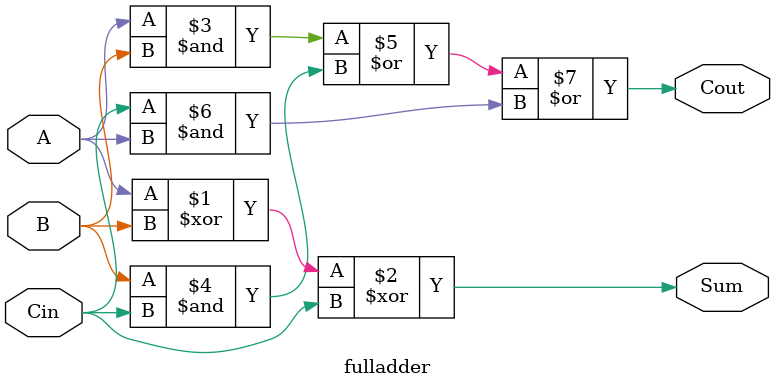
<source format=v>
module fulladder(
 input A,
 input B,
 input Cin,
 output Sum,
 output Cout
    );
 assign Sum = A^B^Cin;
 assign Cout = (A&B)|(B&Cin)|(Cin&A);
 
endmodule

// another way Gate Level Modeling

/*

`timescale 1ns / 1ps

module FA( a, b, c, sum, carry  );
    input a, b, c;
    output sum, carry;
    
    sum s1( a, b, c, sum);
    carry c1( a, b, c, carry);

endmodule

module sum( a, b, c, s);
    input a, b, c;
    output s;
    wire w1;
    
    xor x1( w1, a, b);
    xor x2( s, c, w1);
endmodule

module carry( a, b, c, cy);
    input a, b, c;
    output cy;
    wire w1, w2, w3;
    
    and a1(w1, a, b);
    and a2(w2, b, c);
    and a3(w3, a, c);
    or o1(cy, w1, w2, w3);
endmodule    

*/

</source>
